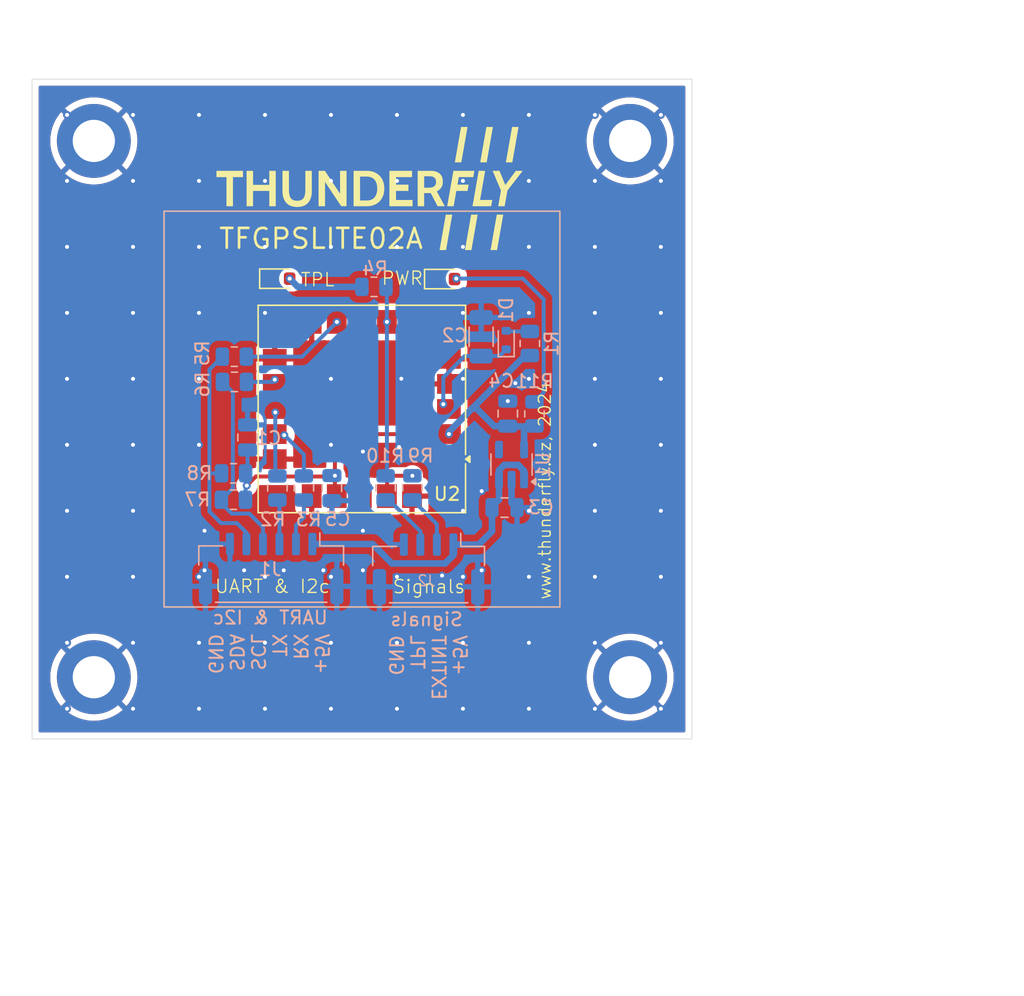
<source format=kicad_pcb>
(kicad_pcb (version 20240108) (generator "pcbnew") (generator_version "8.0")
  (title_block (title "TFGPSLITE02A") (date "2025-01-11") (company "ThunderFly s.r.o.") (comment 1 "Compact GNSS Module for\\nlightweight UAVs"))
  (layers (0 "F.Cu" signal) (31 "B.Cu" signal) (34 "B.Paste" user) (35 "F.Paste" user) (36 "B.SilkS" user "B.Silkscreen") (37 "F.SilkS" user "F.Silkscreen") (38 "B.Mask" user) (39 "F.Mask" user) (44 "Edge.Cuts" user))
  (net 0 "")
  (net 1 "+3V3")
  (net 2 "GND")
  (net 3 "/UBX_VBCKP")
  (net 4 "+5V")
  (net 5 "Net-(D1-A)")
  (net 6 "Net-(D2-A)")
  (net 7 "Net-(D3-A)")
  (net 8 "/I2C2.SCL")
  (net 9 "Net-(U2-SDA)")
  (net 10 "/I2C2.SDA")
  (net 11 "Net-(U2-SCL)")
  (net 14 "/L_UBX_TX")
  (net 15 "/L_UBX_RX")
  (net 16 "/TPL")
  (net 17 "/EXTINT")
  (net 18 "/TX")
  (net 19 "/RX")
  (net 20 "Net-(J2-Pad2)")
  (net 21 "Net-(J2-Pad3)")
  (footprint "MountingHole:MountingHole_3.2mm_M3_DIN965_Pad" (layer "F.Cu") (at 156.34 130.32)
    (property "Reference" "M4" (hide yes))
    (property "Value" "HOLE")
    (pad "1" thru_hole circle (at 0 0) (size 5.6 5.6) (drill 3.2) (layers "*.Cu" "*.Mask") (net 2 "GND"))
  )
  (footprint "RF_GPS:ublox_SAM-M8Q" (layer "F.Cu") (at 136.01 109.995 180)
    (property "Reference" "U2" (at -6.46 -6.435 0) (layer "F.SilkS"))
    (property "Value" "SAM-M8Q")
    (pad "1" smd rect (at -6.6 -3.8 180) (size 1.8 1.5) (layers "F.Cu" "F.Mask") (net 2 "GND"))
    (pad "2" smd rect (at -6.6 -1.9 180) (size 1.8 1.5) (layers "F.Cu" "F.Mask") (net 1 "+3V3"))
    (pad "3" smd rect (at -6.6 0 180) (size 1.8 1.5) (layers "F.Cu" "F.Mask") (net 3 "/UBX_VBCKP"))
    (pad "4" smd rect (at -6.6 1.9 180) (size 1.8 1.5) (layers "F.Cu" "F.Mask") (net 2 "GND"))
    (pad "5" smd rect (at -6.6 3.8 180) (size 1.8 1.5) (layers "F.Cu" "F.Mask") (net 2 "GND"))
    (pad "6" smd rect (at -3.8 6.6 180) (size 1.5 1.8) (layers "F.Cu" "F.Mask") (net 2 "GND"))
    (pad "7" smd rect (at -1.9 6.6 180) (size 1.5 1.8) (layers "F.Cu" "F.Mask") (net 16 "/TPL"))
    (pad "8" smd rect (at 0 6.6 180) (size 1.5 1.8) (layers "F.Cu" "F.Mask"))
    (pad "9" smd rect (at 1.9 6.6 180) (size 1.5 1.8) (layers "F.Cu" "F.Mask") (net 9 "Net-(U2-SDA)"))
    (pad "10" smd rect (at 3.8 6.6 180) (size 1.5 1.8) (layers "F.Cu" "F.Mask") (net 2 "GND"))
    (pad "11" smd rect (at 6.6 3.8 180) (size 1.8 1.5) (layers "F.Cu" "F.Mask") (net 2 "GND"))
    (pad "12" smd rect (at 6.6 1.9 180) (size 1.8 1.5) (layers "F.Cu" "F.Mask") (net 11 "Net-(U2-SCL)"))
    (pad "13" smd rect (at 6.6 0 180) (size 1.8 1.5) (layers "F.Cu" "F.Mask") (net 14 "/L_UBX_TX"))
    (pad "14" smd rect (at 6.6 -1.9 180) (size 1.8 1.5) (layers "F.Cu" "F.Mask") (net 15 "/L_UBX_RX"))
    (pad "15" smd rect (at 6.6 -3.8 180) (size 1.8 1.5) (layers "F.Cu" "F.Mask") (net 2 "GND"))
    (pad "16" smd rect (at 3.8 -6.6 180) (size 1.5 1.8) (layers "F.Cu" "F.Mask") (net 2 "GND"))
    (pad "17" smd rect (at 1.9 -6.6 180) (size 1.5 1.8) (layers "F.Cu" "F.Mask") (net 1 "+3V3"))
    (pad "18" smd rect (at 0 -6.6 180) (size 1.5 1.8) (layers "F.Cu" "F.Mask"))
    (pad "19" smd rect (at -1.9 -6.6 180) (size 1.5 1.8) (layers "F.Cu" "F.Mask") (net 17 "/EXTINT"))
    (pad "20" smd rect (at -3.8 -6.6 180) (size 1.5 1.8) (layers "F.Cu" "F.Mask") (net 2 "GND"))
  )
  (footprint "LED_SMD:LED_0603_1608Metric" (layer "F.Cu") (at 142.2475 100.15)
    (property "Reference" "D3" (hide yes))
    (property "Value" "GREEN")
    (pad "1" smd roundrect (at -0.7875 0) (size 0.875 0.95) (layers "F.Cu" "F.Paste" "F.Mask") (net 2 "GND"))
    (pad "2" smd roundrect (at 0.7875 0) (size 0.875 0.95) (layers "F.Cu" "F.Paste" "F.Mask") (net 7 "Net-(D3-A)"))
  )
  (footprint "MountingHole:MountingHole_3.2mm_M3_DIN965_Pad" (layer "F.Cu") (at 115.7 89.68)
    (property "Reference" "M1" (hide yes))
    (property "Value" "HOLE")
    (pad "1" thru_hole circle (at 0 0) (size 5.6 5.6) (drill 3.2) (layers "*.Cu" "*.Mask") (net 2 "GND"))
  )
  (footprint "MountingHole:MountingHole_3.2mm_M3_DIN965_Pad" (layer "F.Cu") (at 115.7 130.32)
    (property "Reference" "M3" (hide yes))
    (property "Value" "HOLE")
    (pad "1" thru_hole circle (at 0 0) (size 5.6 5.6) (drill 3.2) (layers "*.Cu" "*.Mask") (net 2 "GND"))
  )
  (footprint "LED_SMD:LED_0603_1608Metric" (layer "F.Cu") (at 129.7525 100.12)
    (property "Reference" "D2" (hide yes))
    (property "Value" "RED")
    (pad "1" smd roundrect (at -0.7875 0) (size 0.875 0.95) (layers "F.Cu" "F.Paste" "F.Mask") (net 2 "GND"))
    (pad "2" smd roundrect (at 0.7875 0) (size 0.875 0.95) (layers "F.Cu" "F.Paste" "F.Mask") (net 6 "Net-(D2-A)"))
  )
  (footprint "MountingHole:MountingHole_3.2mm_M3_DIN965_Pad" (layer "F.Cu") (at 156.34 89.68)
    (property "Reference" "M2" (hide yes))
    (property "Value" "HOLE")
    (pad "1" thru_hole circle (at 0 0) (size 5.6 5.6) (drill 3.2) (layers "*.Cu" "*.Mask") (net 2 "GND"))
  )
  (footprint "Resistor_SMD:R_0805_2012Metric" (layer "B.Cu") (at 129.61 115.98 -90)
    (property "Reference" "R2" (at 2.38 0.36 0) (layer "B.SilkS") (effects (justify mirror)))
    (property "Value" "220R")
    (pad "1" smd roundrect (at -0.9125 0 270) (size 1.025 1.4) (layers "B.Cu" "B.Paste" "B.Mask") (roundrect_rratio 0.243902) (net 14 "/L_UBX_TX"))
    (pad "2" smd roundrect (at 0.9125 0 270) (size 1.025 1.4) (layers "B.Cu" "B.Paste" "B.Mask") (roundrect_rratio 0.243902) (net 18 "/TX"))
  )
  (footprint "Capacitor_SMD:C_0805_2012Metric" (layer "B.Cu") (at 133.74 115.99 -90)
    (property "Reference" "C5" (at 2.35 -0.44 180) (layer "B.SilkS") (effects (justify mirror)))
    (property "Value" "100n")
    (pad "1" smd roundrect (at -0.95 0 270) (size 1 1.45) (layers "B.Cu" "B.Paste" "B.Mask") (net 1 "+3V3"))
    (pad "2" smd roundrect (at 0.95 0 270) (size 1 1.45) (layers "B.Cu" "B.Paste" "B.Mask") (net 2 "GND"))
  )
  (footprint "Resistor_SMD:R_0805_2012Metric" (layer "B.Cu") (at 139.84 115.9675 90)
    (property "Reference" "R9" (at 2.4275 0.62 180) (layer "B.SilkS") (effects (justify mirror)))
    (property "Value" "220R")
    (pad "1" smd roundrect (at -0.9125 0 90) (size 1.025 1.4) (layers "B.Cu" "B.Paste" "B.Mask") (roundrect_rratio 0.243902) (net 20 "Net-(J2-Pad2)"))
    (pad "2" smd roundrect (at 0.9125 0 90) (size 1.025 1.4) (layers "B.Cu" "B.Paste" "B.Mask") (roundrect_rratio 0.243902) (net 17 "/EXTINT"))
  )
  (footprint "Resistor_SMD:R_0805_2012Metric" (layer "B.Cu") (at 126.36 107.94)
    (property "Reference" "R6" (at -2.42 0.2 90) (layer "B.SilkS") (effects (justify mirror)))
    (property "Value" "220R")
    (pad "1" smd roundrect (at -0.9125 0) (size 1.025 1.4) (layers "B.Cu" "B.Paste" "B.Mask") (roundrect_rratio 0.243902) (net 8 "/I2C2.SCL"))
    (pad "2" smd roundrect (at 0.9125 0) (size 1.025 1.4) (layers "B.Cu" "B.Paste" "B.Mask") (roundrect_rratio 0.243902) (net 11 "Net-(U2-SCL)"))
  )
  (footprint "Resistor_SMD:R_0805_2012Metric" (layer "B.Cu") (at 126.35 106.03)
    (property "Reference" "R5" (at -2.42 -0.26 90) (layer "B.SilkS") (effects (justify mirror)))
    (property "Value" "220R")
    (pad "1" smd roundrect (at -0.9125 0) (size 1.025 1.4) (layers "B.Cu" "B.Paste" "B.Mask") (roundrect_rratio 0.243902) (net 10 "/I2C2.SDA"))
    (pad "2" smd roundrect (at 0.9125 0) (size 1.025 1.4) (layers "B.Cu" "B.Paste" "B.Mask") (roundrect_rratio 0.243902) (net 9 "Net-(U2-SDA)"))
  )
  (footprint "Resistor_SMD:R_0805_2012Metric" (layer "B.Cu") (at 131.62 115.98 -90)
    (property "Reference" "R3" (at 2.39 -0.36 0) (layer "B.SilkS") (effects (justify mirror)))
    (property "Value" "220R")
    (pad "1" smd roundrect (at -0.9125 0 270) (size 1.025 1.4) (layers "B.Cu" "B.Paste" "B.Mask") (roundrect_rratio 0.243902) (net 15 "/L_UBX_RX"))
    (pad "2" smd roundrect (at 0.9125 0 270) (size 1.025 1.4) (layers "B.Cu" "B.Paste" "B.Mask") (roundrect_rratio 0.243902) (net 19 "/RX"))
  )
  (footprint "Resistor_SMD:R_0805_2012Metric" (layer "B.Cu") (at 148.74 105.03 90)
    (property "Reference" "R1" (at 0 1.65 90) (layer "B.SilkS") (effects (justify mirror)))
    (property "Value" "R_Small")
    (pad "1" smd roundrect (at -0.9125 0 90) (size 1.025 1.4) (layers "B.Cu" "B.Paste" "B.Mask") (roundrect_rratio 0.243902) (net 1 "+3V3"))
    (pad "2" smd roundrect (at 0.9125 0 90) (size 1.025 1.4) (layers "B.Cu" "B.Paste" "B.Mask") (roundrect_rratio 0.243902) (net 5 "Net-(D1-A)"))
  )
  (footprint "Package_TO_SOT_SMD:SOT-23-5" (layer "B.Cu") (at 147.3525 114.205 90)
    (property "Reference" "U1" (at -0.045 2.3975 -90) (layer "B.SilkS") (effects (justify mirror)))
    (property "Value" "MIC5504-3.3YM5")
    (pad "1" smd roundrect (at -1.1375 0.95 90) (size 1.325 0.6) (layers "B.Cu" "B.Paste" "B.Mask") (net 4 "+5V"))
    (pad "2" smd roundrect (at -1.1375 0 90) (size 1.325 0.6) (layers "B.Cu" "B.Paste" "B.Mask") (net 2 "GND"))
    (pad "3" smd roundrect (at -1.1375 -0.95 90) (size 1.325 0.6) (layers "B.Cu" "B.Paste" "B.Mask") (net 4 "+5V"))
    (pad "4" smd roundrect (at 1.1375 -0.95 90) (size 1.325 0.6) (layers "B.Cu" "B.Paste" "B.Mask"))
    (pad "5" smd roundrect (at 1.1375 0.95 90) (size 1.325 0.6) (layers "B.Cu" "B.Paste" "B.Mask") (net 1 "+3V3"))
  )
  (footprint "Capacitor_SMD:C_0805_2012Metric" (layer "B.Cu") (at 127.35 112.15 90)
    (property "Reference" "C1" (at -0.05 1.59 180) (layer "B.SilkS") (effects (justify mirror)))
    (property "Value" "1u")
    (pad "1" smd roundrect (at -0.95 0 90) (size 1 1.45) (layers "B.Cu" "B.Paste" "B.Mask") (net 1 "+3V3"))
    (pad "2" smd roundrect (at 0.95 0 90) (size 1 1.45) (layers "B.Cu" "B.Paste" "B.Mask") (net 2 "GND"))
  )
  (footprint "Resistor_SMD:R_0805_2012Metric" (layer "B.Cu") (at 137.81 115.9725 90)
    (property "Reference" "R10" (at 2.43 -0.03 180) (layer "B.SilkS") (effects (justify mirror)))
    (property "Value" "220R")
    (pad "1" smd roundrect (at -0.9125 0 90) (size 1.025 1.4) (layers "B.Cu" "B.Paste" "B.Mask") (roundrect_rratio 0.243902) (net 21 "Net-(J2-Pad3)"))
    (pad "2" smd roundrect (at 0.9125 0 90) (size 1.025 1.4) (layers "B.Cu" "B.Paste" "B.Mask") (roundrect_rratio 0.243902) (net 16 "/TPL"))
  )
  (footprint "Resistor_SMD:R_0805_2012Metric" (layer "B.Cu") (at 126.28 116.87 180)
    (property "Reference" "R7" (at 2.73 0.01 0) (layer "B.SilkS") (effects (justify mirror)))
    (property "Value" "R_Small")
    (pad "1" smd roundrect (at -0.9125 0 180) (size 1.025 1.4) (layers "B.Cu" "B.Paste" "B.Mask") (roundrect_rratio 0.243902) (net 1 "+3V3"))
    (pad "2" smd roundrect (at 0.9125 0 180) (size 1.025 1.4) (layers "B.Cu" "B.Paste" "B.Mask") (roundrect_rratio 0.243902) (net 8 "/I2C2.SCL"))
  )
  (footprint "Resistor_SMD:R_0805_2012Metric" (layer "B.Cu") (at 136.93 100.74 180)
    (property "Reference" "R4" (at -0.08 1.39 180) (layer "B.SilkS") (effects (justify mirror)))
    (property "Value" "1k")
    (pad "1" smd roundrect (at -0.9125 0 180) (size 1.025 1.4) (layers "B.Cu" "B.Paste" "B.Mask") (roundrect_rratio 0.243902) (net 16 "/TPL"))
    (pad "2" smd roundrect (at 0.9125 0 180) (size 1.025 1.4) (layers "B.Cu" "B.Paste" "B.Mask") (roundrect_rratio 0.243902) (net 6 "Net-(D2-A)"))
  )
  (footprint "Capacitor_SMD:C_0805_2012Metric" (layer "B.Cu") (at 147.07 110.345 90)
    (property "Reference" "C4" (at 2.475 -0.49 180) (layer "B.SilkS") (effects (justify mirror)))
    (property "Value" "100n")
    (pad "1" smd roundrect (at -0.95 0 90) (size 1 1.45) (layers "B.Cu" "B.Paste" "B.Mask") (net 1 "+3V3"))
    (pad "2" smd roundrect (at 0.95 0 90) (size 1 1.45) (layers "B.Cu" "B.Paste" "B.Mask") (net 2 "GND"))
  )
  (footprint "Diode_SMD:D_SOD-523" (layer "B.Cu") (at 146.95 104.77 90)
    (property "Reference" "D1" (at 2.2775 0 90) (layer "B.SilkS") (effects (justify mirror)))
    (property "Value" "BZX585-B5V6.115")
    (pad "1" smd roundrect (at -0.7 0 270) (size 0.6 0.7) (layers "B.Cu" "B.Paste" "B.Mask") (net 3 "/UBX_VBCKP"))
    (pad "2" smd roundrect (at 0.7 0 270) (size 0.6 0.7) (layers "B.Cu" "B.Paste" "B.Mask") (net 5 "Net-(D1-A)"))
  )
  (footprint "Capacitor_SMD:C_0805_2012Metric" (layer "B.Cu") (at 146.8225 117.465)
    (property "Reference" "C3" (at 2.7575 -0.015 0) (layer "B.SilkS") (effects (justify mirror)))
    (property "Value" "100n")
    (pad "1" smd roundrect (at -0.95 0) (size 1 1.45) (layers "B.Cu" "B.Paste" "B.Mask") (net 4 "+5V"))
    (pad "2" smd roundrect (at 0.95 0) (size 1 1.45) (layers "B.Cu" "B.Paste" "B.Mask") (net 2 "GND"))
  )
  (footprint "Connector_JST:JST_GH_SM06B-GHS-TB_1x06-1MP_P1.25mm_Horizontal" (layer "B.Cu") (at 129.14 122.08 180)
    (property "Reference" "J1" (at 0.09 -0.06 0) (layer "B.SilkS") (effects (justify mirror)))
    (property "Value" "SM06B-GHS-TB")
    (pad "1" smd roundrect (at -3.125 1.85 180) (size 0.6 1.7) (layers "B.Cu" "B.Paste" "B.Mask") (net 4 "+5V"))
    (pad "2" smd roundrect (at -1.875 1.85 180) (size 0.6 1.7) (layers "B.Cu" "B.Paste" "B.Mask") (net 19 "/RX"))
    (pad "3" smd roundrect (at -0.625 1.85 180) (size 0.6 1.7) (layers "B.Cu" "B.Paste" "B.Mask") (net 18 "/TX"))
    (pad "4" smd roundrect (at 0.625 1.85 180) (size 0.6 1.7) (layers "B.Cu" "B.Paste" "B.Mask") (net 8 "/I2C2.SCL"))
    (pad "5" smd roundrect (at 1.875 1.85 180) (size 0.6 1.7) (layers "B.Cu" "B.Paste" "B.Mask") (net 10 "/I2C2.SDA"))
    (pad "6" smd roundrect (at 3.125 1.85 180) (size 0.6 1.7) (layers "B.Cu" "B.Paste" "B.Mask") (net 2 "GND"))
    (pad "MP" smd roundrect (at -4.975 -1.35 180) (size 1 2.7) (layers "B.Cu" "B.Paste" "B.Mask") (net 2 "GND"))
    (pad "MP" smd roundrect (at 4.975 -1.35 180) (size 1 2.7) (layers "B.Cu" "B.Paste" "B.Mask") (net 2 "GND"))
  )
  (footprint "Resistor_SMD:R_0805_2012Metric" (layer "B.Cu") (at 126.29 114.87 180)
    (property "Reference" "R8" (at 2.59 0.01 0) (layer "B.SilkS") (effects (justify mirror)))
    (property "Value" "R_Small")
    (pad "1" smd roundrect (at -0.9125 0 180) (size 1.025 1.4) (layers "B.Cu" "B.Paste" "B.Mask") (roundrect_rratio 0.243902) (net 1 "+3V3"))
    (pad "2" smd roundrect (at 0.9125 0 180) (size 1.025 1.4) (layers "B.Cu" "B.Paste" "B.Mask") (roundrect_rratio 0.243902) (net 10 "/I2C2.SDA"))
  )
  (footprint "Connector_JST:JST_GH_SM04B-GHS-TB_1x04-1MP_P1.25mm_Horizontal" (layer "B.Cu") (at 141.07 122.12 180)
    (property "Reference" "J2" (at 0.16 -0.89 0) (layer "B.SilkS") (effects (font (size 0.8 0.8) (thickness 0.1)) (justify mirror)))
    (property "Value" "SM04B-GHS-TB")
    (pad "1" smd roundrect (at -1.875 1.85 180) (size 0.6 1.7) (layers "B.Cu" "B.Paste" "B.Mask") (net 4 "+5V"))
    (pad "2" smd roundrect (at -0.625 1.85 180) (size 0.6 1.7) (layers "B.Cu" "B.Paste" "B.Mask") (net 20 "Net-(J2-Pad2)"))
    (pad "3" smd roundrect (at 0.625 1.85 180) (size 0.6 1.7) (layers "B.Cu" "B.Paste" "B.Mask") (net 21 "Net-(J2-Pad3)"))
    (pad "4" smd roundrect (at 1.875 1.85 180) (size 0.6 1.7) (layers "B.Cu" "B.Paste" "B.Mask") (net 2 "GND"))
    (pad "MP" smd roundrect (at -3.725 -1.35 180) (size 1 2.7) (layers "B.Cu" "B.Paste" "B.Mask") (net 2 "GND"))
    (pad "MP" smd roundrect (at 3.725 -1.35 180) (size 1 2.7) (layers "B.Cu" "B.Paste" "B.Mask") (net 2 "GND"))
  )
  (footprint "Resistor_SMD:R_1206_3216Metric" (layer "B.Cu") (at 145.05 104.52 90)
    (property "Reference" "C2" (at 0.1 -2.01 0) (layer "B.SilkS") (effects (justify mirror)))
    (property "Value" "C")
    (pad "1" smd roundrect (at -1.4625 0 90) (size 1.125 1.75) (layers "B.Cu" "B.Paste" "B.Mask") (roundrect_rratio 0.222222) (net 3 "/UBX_VBCKP"))
    (pad "2" smd roundrect (at 1.4625 0 90) (size 1.125 1.75) (layers "B.Cu" "B.Paste" "B.Mask") (roundrect_rratio 0.222222) (net 2 "GND"))
  )
  (footprint "Resistor_SMD:R_0805_2012Metric" (layer "B.Cu") (at 149.09 110.365 90)
    (property "Reference" "R11" (at 2.475 0 180) (layer "B.SilkS") (effects (justify mirror)))
    (property "Value" "1k")
    (pad "1" smd roundrect (at -0.9125 0 90) (size 1.025 1.4) (layers "B.Cu" "B.Paste" "B.Mask") (roundrect_rratio 0.243902) (net 1 "+3V3"))
    (pad "2" smd roundrect (at 0.9125 0 90) (size 1.025 1.4) (layers "B.Cu" "B.Paste" "B.Mask") (roundrect_rratio 0.243902) (net 7 "Net-(D3-A)"))
  )
  (gr_rect (start 121.02 95) (end 151.02 125) (stroke (width 0.1)) (fill none) (layer "B.SilkS"))
  (gr_poly (pts (xy 127.00224 92.422891) (xy 126.243189 92.422891) (xy 126.243189 94.630948) (xy 125.752496 94.630948) (xy 125.752496 92.422891) (xy 124.993474 92.422891) (xy 124.993474 91.947517) (xy 127.00224 91.947517)) (stroke (width -0.000001)) (fill solid) (layer "F.SilkS"))
  (gr_poly (pts (xy 141.275766 91.948319) (xy 141.327287 91.950725) (xy 141.37739 91.954734) (xy 141.426075 91.960347) (xy 141.473343 91.967563) (xy 141.51919 91.976382) (xy 141.563619 91.986803) (xy 141.606626 91.998828) (xy 141.648212 92.012455) (xy 141.688376 92.027684) (xy 141.727117 92.044514) (xy 141.764435 92.062947) (xy 141.800328 92.082981) (xy 141.834797 92.104617) (xy 141.86784 92.127854) (xy 141.899456 92.152691) (xy 141.929407 92.179089) (xy 141.957424 92.20703) (xy 141.983509 92.236516) (xy 142.00766 92.267546) (xy 142.029879 92.300119) (xy 142.050165 92.334236) (xy 142.068518 92.369896) (xy 142.084939 92.407099) (xy 142.099428 92.445845) (xy 142.111985 92.486133) (xy 142.122609 92.527963) (xy 142.131302 92.571335) (xy 142.138062 92.616249) (xy 142.142891 92.662704) (xy 142.145788 92.710701) (xy 142.146754 92.760238) (xy 142.146289 92.794826) (xy 142.144893 92.828619) (xy 142.142567 92.861617) (xy 142.139311 92.893822) (xy 142.135126 92.925232) (xy 142.130012 92.955848) (xy 142.123969 92.985671) (xy 142.116998 93.014699) (xy 142.1091 93.042933) (xy 142.100274 93.070374) (xy 142.090521 93.09702) (xy 142.079842 93.122873) (xy 142.068237 93.147932) (xy 142.055706 93.172198) (xy 142.042249 93.19567) (xy 142.027868 93.218349) (xy 142.012611 93.240345) (xy 141.996578 93.261789) (xy 141.979769 93.28268) (xy 141.962183 93.303018) (xy 141.943822 93.322804) (xy 141.924683 93.342035) (xy 141.904768 93.360714) (xy 141.884076 93.378839) (xy 141.862607 93.396409) (xy 141.84036 93.413426) (xy 141.817336 93.429889) (xy 141.793534 93.445797) (xy 141.768953 93.46115) (xy 141.743595 93.475948) (xy 141.717458 93.490192) (xy 141.690542 93.50388) (xy 142.296261 94.630948) (xy 141.747975 94.630948) (xy 141.230449 93.634245) (xy 140.732186 93.634245) (xy 140.732186 94.630948) (xy 140.241471 94.630948) (xy 140.241471 93.224085) (xy 140.732188 93.224085) (xy 141.092443 93.224085) (xy 141.157906 93.222377) (xy 141.219143 93.217254) (xy 141.276156 93.208715) (xy 141.328944 93.196762) (xy 141.353754 93.189505) (xy 141.377508 93.181395) (xy 141.400206 93.172431) (xy 141.421848 93.162613) (xy 141.442434 93.151943) (xy 141.461964 93.140418) (xy 141.480438 93.128041) (xy 141.497856 93.11481) (xy 141.514218 93.100726) (xy 141.529525 93.085789) (xy 141.543776 93.069998) (xy 141.556971 93.053355) (xy 141.56911 93.035858) (xy 141.580193 93.017508) (xy 141.590221 92.998306) (xy 141.599193 92.97825) (xy 141.60711 92.957342) (xy 141.613971 92.935581) (xy 141.619776 92.912967) (xy 141.624526 92.8895) (xy 141.62822 92.86518) (xy 141.630858 92.840008) (xy 141.632442 92.813983) (xy 141.632969 92.787106) (xy 141.63249 92.761147) (xy 141.631051 92.735981) (xy 141.628654 92.711608) (xy 141.625299 92.688029) (xy 141.620985 92.665242) (xy 141.615713 92.643249) (xy 141.609483 92.62205) (xy 141.602296 92.601644) (xy 141.594151 92.582032) (xy 141.585049 92.563215) (xy 141.57499 92.545191) (xy 141.563974 92.527961) (xy 141.552002 92.511526) (xy 141.539073 92.495886) (xy 141.525188 92.48104) (xy 141.510347 92.466989) (xy 141.494414 92.453757) (xy 141.477283 92.44138) (xy 141.458954 92.429855) (xy 141.439426 92.419184) (xy 141.418699 92.409367) (xy 141.396774 92.400402) (xy 141.373651 92.392292) (xy 141.349329 92.385035) (xy 141.32381 92.378631) (xy 141.297092 92.373082) (xy 141.269177 92.368385) (xy 141.240064 92.364543) (xy 141.209754 92.361555) (xy 141.178246 92.35942) (xy 141.14554 92.358139) (xy 141.111637 92.357712) (xy 140.732188 92.357712) (xy 140.732188 93.224085) (xy 140.241471 93.224085) (xy 140.241471 91.947517) (xy 141.22283 91.947517)) (stroke (width -0.000001)) (fill solid) (layer "F.SilkS"))
  (gr_poly (pts (xy 144.454415 92.422891) (xy 143.357983 92.422891) (xy 143.254548 92.994088) (xy 144.105592 92.994088) (xy 144.021208 93.469428) (xy 143.170163 93.469428) (xy 142.967035 94.630948) (xy 142.476319 94.630948) (xy 142.947914 91.947517) (xy 144.538729 91.947517)) (stroke (width -0.000001)) (fill solid) (layer "F.SilkS"))
  (gr_poly (pts (xy 139.815178 92.422891) (xy 138.599998 92.422891) (xy 138.599998 92.994088) (xy 139.543043 92.994088) (xy 139.543043 93.469428) (xy 138.599998 93.469428) (xy 138.599998 94.155637) (xy 139.85363 94.155637) (xy 139.85363 94.630948) (xy 138.097853 94.630948) (xy 138.097853 91.947517) (xy 139.815178 91.947517)) (stroke (width -0.000001)) (fill solid) (layer "F.SilkS"))
  (gr_poly (pts (xy 134.359257 93.680269) (xy 134.359257 91.947517) (xy 134.8499 91.947517) (xy 134.8499 94.630948) (xy 134.447381 94.630948) (xy 133.220702 92.790965) (xy 133.220702 94.630948) (xy 132.730059 94.630948) (xy 132.730059 91.947517) (xy 133.213012 91.947517)) (stroke (width -0.000001)) (fill solid) (layer "F.SilkS"))
  (gr_poly (pts (xy 146.880395 93.020878) (xy 147.677813 91.947517) (xy 148.199148 91.947517) (xy 147.041471 93.442638) (xy 146.830511 94.630948) (xy 146.34375 94.630948) (xy 146.550759 93.442638) (xy 146.550761 93.442638) (xy 145.922039 91.947517) (xy 146.443444 91.947517)) (stroke (width -0.000001)) (fill solid) (layer "F.SilkS"))
  (gr_poly (pts (xy 146.254359 97.950947) (xy 145.763716 97.950947) (xy 146.235238 95.267493) (xy 146.725952 95.267493)) (stroke (width -0.000001)) (fill solid) (layer "F.SilkS"))
  (gr_poly (pts (xy 144.313517 97.950947) (xy 143.822873 97.950947) (xy 144.294397 95.267493) (xy 144.785112 95.267493)) (stroke (width -0.000001)) (fill solid) (layer "F.SilkS"))
  (gr_poly (pts (xy 136.436876 91.948146) (xy 136.483825 91.950034) (xy 136.530129 91.95318) (xy 136.57579 91.957584) (xy 136.620807 91.963247) (xy 136.665181 91.970168) (xy 136.708911 91.978348) (xy 136.751999 91.987786) (xy 136.794445 91.998483) (xy 136.836248 92.010438) (xy 136.877409 92.023651) (xy 136.917929 92.038123) (xy 136.957808 92.053853) (xy 136.997046 92.070842) (xy 137.035643 92.089089) (xy 137.0736 92.108595) (xy 137.110694 92.129271) (xy 137.146754 92.151057) (xy 137.181781 92.173953) (xy 137.215775 92.197957) (xy 137.248736 92.22307) (xy 137.280663 92.249292) (xy 137.311558 92.276622) (xy 137.34142 92.30506) (xy 137.370249 92.334605) (xy 137.398046 92.365258) (xy 137.42481 92.397018) (xy 137.450542 92.429884) (xy 137.475241 92.463857) (xy 137.498909 92.498937) (xy 137.521544 92.535122) (xy 137.543147 92.572412) (xy 137.563575 92.610709) (xy 137.582686 92.649871) (xy 137.600478 92.689901) (xy 137.616953 92.730797) (xy 137.63211 92.772561) (xy 137.645948 92.815192) (xy 137.658469 92.85869) (xy 137.669672 92.903057) (xy 137.679556 92.948291) (xy 137.688123 92.994395) (xy 137.695372 93.041366) (xy 137.701303 93.089207) (xy 137.705916 93.137917) (xy 137.709211 93.187496) (xy 137.711188 93.237945) (xy 137.711847 93.289264) (xy 137.711188 93.34057) (xy 137.709211 93.391011) (xy 137.705916 93.440587) (xy 137.701303 93.489296) (xy 137.695372 93.537138) (xy 137.688123 93.584114) (xy 137.679556 93.630223) (xy 137.669672 93.675464) (xy 137.658469 93.719837) (xy 137.645948 93.763342) (xy 137.63211 93.805978) (xy 137.616953 93.847746) (xy 137.600478 93.888645) (xy 137.582686 93.928674) (xy 137.563575 93.967833) (xy 137.543147 94.006122) (xy 137.521544 94.04343) (xy 137.498909 94.079628) (xy 137.475242 94.114716) (xy 137.450543 94.148694) (xy 137.424811 94.181562) (xy 137.398047 94.213321) (xy 137.37025 94.243971) (xy 137.341421 94.273512) (xy 137.311559 94.301944) (xy 137.280664 94.329267) (xy 137.248736 94.355482) (xy 137.215775 94.380589) (xy 137.181781 94.404588) (xy 137.146754 94.42748) (xy 137.110694 94.449264) (xy 137.0736 94.46994) (xy 137.035643 94.489448) (xy 136.997046 94.507696) (xy 136.957808 94.524683) (xy 136.917929 94.54041) (xy 136.877409 94.554877) (xy 136.836248 94.568084) (xy 136.794445 94.580032) (xy 136.751999 94.590722) (xy 136.708911 94.600152) (xy 136.665181 94.608324) (xy 136.620807 94.615238) (xy 136.57579 94.620894) (xy 136.530129 94.625293) (xy 136.483825 94.628435) (xy 136.436876 94.630319) (xy 136.389282 94.630948) (xy 135.384994 94.630948) (xy 135.384994 94.193948) (xy 135.875637 94.193948) (xy 136.389282 94.193948) (xy 136.436487 94.193013) (xy 136.48227 94.190207) (xy 136.52663 94.185531) (xy 136.569569 94.178983) (xy 136.611085 94.170564) (xy 136.65118 94.160272) (xy 136.689852 94.148108) (xy 136.727102 94.134071) (xy 136.76293 94.118161) (xy 136.797335 94.100377) (xy 136.830319 94.08072) (xy 136.86188 94.059187) (xy 136.89202 94.03578) (xy 136.920737 94.010498) (xy 136.948032 93.98334) (xy 136.973906 93.954307) (xy 136.998269 93.923642) (xy 137.021064 93.891523) (xy 137.042288 93.857948) (xy 137.061942 93.822919) (xy 137.080026 93.786435) (xy 137.096538 93.748498) (xy 137.11148 93.709108) (xy 137.12485 93.668264) (xy 137.136648 93.625968) (xy 137.146874 93.58222) (xy 137.155528 93.537021) (xy 137.162609 93.49037) (xy 137.168117 93.442269) (xy 137.172051 93.392717) (xy 137.174412 93.341715) (xy 137.175199 93.289264) (xy 137.174412 93.236799) (xy 137.172051 93.185787) (xy 137.168117 93.136227) (xy 137.162609 93.088119) (xy 137.155528 93.041464) (xy 137.146874 92.996261) (xy 137.136648 92.952511) (xy 137.12485 92.910214) (xy 137.11148 92.869369) (xy 137.096538 92.829977) (xy 137.080026 92.792039) (xy 137.061942 92.755553) (xy 137.042288 92.720521) (xy 137.021064 92.686942) (xy 136.998269 92.654816) (xy 136.973906 92.624144) (xy 136.948032 92.595147) (xy 136.920737 92.568018) (xy 136.89202 92.542759) (xy 136.86188 92.519368) (xy 136.830319 92.497847) (xy 136.797335 92.478196) (xy 136.76293 92.460414) (xy 136.727102 92.444503) (xy 136.689852 92.430463) (xy 136.65118 92.418293) (xy 136.611085 92.407995) (xy 136.569569 92.399569) (xy 136.52663 92.393014) (xy 136.48227 92.388332) (xy 136.436487 92.385523) (xy 136.389282 92.384586) (xy 135.875637 92.384586) (xy 135.875637 94.193948) (xy 135.384994 94.193948) (xy 135.384994 91.947517) (xy 136.389282 91.947517)) (stroke (width -0.000001)) (fill solid) (layer "F.SilkS"))
  (gr_rect (start 121.02 95) (end 151.02 125) (stroke (width 0.1)) (fill none) (layer "F.SilkS"))
  (gr_poly (pts (xy 143.547917 91.30546) (xy 143.057273 91.30546) (xy 143.528727 88.622021) (xy 144.019441 88.622021)) (stroke (width -0.000001)) (fill solid) (layer "F.SilkS"))
  (gr_poly (pts (xy 147.413514 91.30546) (xy 146.922871 91.30546) (xy 147.394323 88.622021) (xy 147.885109 88.622021)) (stroke (width -0.000001)) (fill solid) (layer "F.SilkS"))
  (gr_poly (pts (xy 142.390808 97.950947) (xy 141.900163 97.950947) (xy 142.371687 95.267493) (xy 142.862332 95.267493)) (stroke (width -0.000001)) (fill solid) (layer "F.SilkS"))
  (gr_poly (pts (xy 145.470274 91.30546) (xy 144.979559 91.30546) (xy 145.451153 88.622021) (xy 145.941798 88.622021)) (stroke (width -0.000001)) (fill solid) (layer "F.SilkS"))
  (gr_poly (pts (xy 130.486746 93.354443) (xy 130.487523 93.422944) (xy 130.489856 93.488505) (xy 130.493745 93.551126) (xy 130.499191 93.610807) (xy 130.506193 93.667548) (xy 130.514752 93.72135) (xy 130.524869 93.772213) (xy 130.536544 93.820138) (xy 130.543108 93.84307) (xy 130.550346 93.865355) (xy 130.558259 93.886993) (xy 130.566847 93.907985) (xy 130.576109 93.928331) (xy 130.586046 93.948032) (xy 130.596658 93.967087) (xy 130.607945 93.985497) (xy 130.619906 94.003264) (xy 130.632543 94.020386) (xy 130.645855 94.036864) (xy 130.659842 94.052699) (xy 130.674504 94.067891) (xy 130.689841 94.082441) (xy 130.705854 94.096349) (xy 130.722542 94.109614) (xy 130.739984 94.12214) (xy 130.758311 94.133858) (xy 130.777522 94.14477) (xy 130.797619 94.154874) (xy 130.8186 94.164172) (xy 130.840467 94.172661) (xy 130.86322 94.180343) (xy 130.886857 94.187217) (xy 130.91138 94.193283) (xy 130.936789 94.19854) (xy 130.963084 94.20299) (xy 130.990264 94.20663) (xy 131.01833 94.209462) (xy 131.047283 94.211485) (xy 131.077121 94.212699) (xy 131.107846 94.213104) (xy 131.138522 94.212699) (xy 131.168319 94.211485) (xy 131.197237 94.209462) (xy 131.225276 94.20663) (xy 131.252434 94.20299) (xy 131.278712 94.19854) (xy 131.304108 94.193283) (xy 131.328623 94.187217) (xy 131.352255 94.180343) (xy 131.375005 94.172661) (xy 131.396872 94.164172) (xy 131.417855 94.154874) (xy 131.437953 94.14477) (xy 131.457167 94.133858) (xy 131.475495 94.12214) (xy 131.492938 94.109614) (xy 131.509615 94.096349) (xy 131.52562 94.082441) (xy 131.540953 94.067892) (xy 131.555613 94.052699) (xy 131.5696 94.036864) (xy 131.582914 94.020386) (xy 131.595554 94.003264) (xy 131.60752 93.985498) (xy 131.618811 93.967087) (xy 131.629427 93.948032) (xy 131.639367 93.928331) (xy 131.648631 93.907985) (xy 131.65722 93.886993) (xy 131.665131 93.865355) (xy 131.672365 93.84307) (xy 131.678922 93.820138) (xy 131.690603 93.772214) (xy 131.700725 93.72135) (xy 131.709287 93.667548) (xy 131.71629 93.610807) (xy 131.721736 93.551126) (xy 131.725625 93.488506) (xy 131.727958 93.422945) (xy 131.728735 93.354443) (xy 131.728735 91.947517) (xy 132.219378 91.947517) (xy 132.219378 93.480949) (xy 132.218285 93.550433) (xy 132.215006 93.618016) (xy 132.209542 93.683698) (xy 132.201891 93.747479) (xy 132.192056 93.809359) (xy 132.180035 93.869338) (xy 132.16583 93.927415) (xy 132.14944 93.983591) (xy 132.130865 94.037866) (xy 132.110107 94.09024) (xy 132.087164 94.140712) (xy 132.062037 94.189283) (xy 132.034727 94.235952) (xy 132.005233 94.28072) (xy 131.973556 94.323586) (xy 131.939696 94.364551) (xy 131.90363 94.403304) (xy 131.865441 94.439557) (xy 131.825128 94.473309) (xy 131.782692 94.504562) (xy 131.738133 94.533315) (xy 131.691451 94.559568) (xy 131.642645 94.58332) (xy 131.591716 94.604573) (xy 131.538664 94.623325) (xy 131.483488 94.639578) (xy 131.426189 94.65333) (xy 131.366767 94.664581) (xy 131.305222 94.673333) (xy 131.241553 94.679584) (xy 131.175761 94.683334) (xy 131.107846 94.684585) (xy 131.039893 94.683334) (xy 130.974066 94.679584) (xy 130.910367 94.673333) (xy 130.848795 94.664581) (xy 130.78935 94.65333) (xy 130.732032 94.639578) (xy 130.676842 94.623325) (xy 130.623779 94.604573) (xy 130.572843 94.58332) (xy 130.524035 94.559568) (xy 130.477356 94.533315) (xy 130.432804 94.504562) (xy 130.390379 94.473309) (xy 130.350083 94.439557) (xy 130.311916 94.403304) (xy 130.275876 94.364551) (xy 130.24199 94.323586) (xy 130.210292 94.28072) (xy 130.18078 94.235952) (xy 130.153455 94.189283) (xy 130.128316 94.140712) (xy 130.105365 94.09024) (xy 130.084599 94.037866) (xy 130.06602 93.983591) (xy 130.049627 93.927415) (xy 130.03542 93.869338) (xy 130.0234 93.809359) (xy 130.013565 93.747479) (xy 130.005915 93.683698) (xy 130.000452 93.618016) (xy 129.997174 93.550433) (xy 129.996081 93.480949) (xy 129.996081 91.947517) (xy 130.486746 91.947517)) (stroke (width -0.000001)) (fill solid) (layer "F.SilkS"))
  (gr_poly (pts (xy 127.768071 93.009384) (xy 128.994714 93.009384) (xy 128.994714 91.947517) (xy 129.485463 91.947517) (xy 129.485463 94.630948) (xy 128.994714 94.630948) (xy 128.994714 93.469428) (xy 127.768071 93.469428) (xy 127.768071 94.630948) (xy 127.277435 94.630948) (xy 127.277435 91.947517) (xy 127.768071 91.947517)) (stroke (width -0.000001)) (fill solid) (layer "F.SilkS"))
  (gr_poly (pts (xy 144.968978 94.155637) (xy 145.895089 94.155637) (xy 145.810777 94.630948) (xy 144.394023 94.630948) (xy 144.865615 91.947517) (xy 145.356257 91.947517)) (stroke (width -0.000001)) (fill solid) (layer "F.SilkS"))
  (gr_rect (start 111.02 85) (end 161.02 135) (stroke (width 0.05)) (fill none) (layer "Edge.Cuts"))
  (gr_text "+5V\nEXTINT\nTPL\nGND" (at 138.01 127.04 270) (layer "B.SilkS") (effects (font (size 1 1)) (justify right bottom mirror)))
  (gr_text "+5V\nRX\nTX\nSCL\nSDA\nGND" (at 124.33 126.94 270) (layer "B.SilkS") (effects (font (size 1 1)) (justify right bottom mirror)))
  (gr_text "UART & I2c" (at 133.52 126.39 0) (layer "B.SilkS") (effects (font (size 1 1)) (justify left bottom mirror)))
  (gr_text "Signals" (at 143.75 126.52 0) (layer "B.SilkS") (effects (font (size 1 1)) (justify left bottom mirror)))
  (gr_text "UART & I2c" (at 124.81 124.02 0) (layer "F.SilkS") (effects (font (size 1 1) (thickness 0.1)) (justify left bottom)))
  (gr_text "TPL" (at 132.66 100.78 0) (layer "F.SilkS") (effects (font (size 1 1) (thickness 0.1)) (justify bottom)))
  (gr_text "TFGPSLITE02A" (at 125.07224 97.962891 0) (layer "F.SilkS") (effects (font (size 1.5 1.5) (thickness 0.2)) (justify left bottom)))
  (gr_text "www.thunderfly.cz, 2024" (at 150.4 124.5 90) (layer "F.SilkS") (effects (font (size 0.9 0.9) (thickness 0.1)) (justify left bottom)))
  (gr_text "PWR\n" (at 139.08 100.67 0) (layer "F.SilkS") (effects (font (size 1 1) (thickness 0.1)) (justify bottom)))
  (gr_text "Signals" (at 138.29 124.04 0) (layer "F.SilkS") (effects (font (size 1 1) (thickness 0.1)) (justify left bottom)))
  (segment (start 134.6375 116.87) (end 134.62 116.8525) (width 0.3) (layer "F.Cu") (net 1))
  (segment (start 133.97 115.11) (end 133.97 116.45) (width 0.3) (layer "F.Cu") (net 1))
  (segment (start 135.59 111.9) (end 133.97 113.52) (width 0.3) (layer "F.Cu") (net 1))
  (segment (start 133.97 116.45) (end 134.12 116.6) (width 0.3) (layer "F.Cu") (net 1))
  (segment (start 133.97 115.05) (end 133.97 115.11) (width 0.3) (layer "F.Cu") (net 1))
  (segment (start 127.98 115.11) (end 127.29 115.8) (width 0.3) (layer "F.Cu") (net 1))
  (segment (start 142.62 111.9) (end 135.59 111.9) (width 0.3) (layer "F.Cu") (net 1))
  (segment (start 133.97 115.11) (end 127.98 115.11) (width 0.3) (layer "F.Cu") (net 1))
  (segment (start 133.97 113.52) (end 133.97 115.05) (width 0.3) (layer "F.Cu") (net 1))
  (via (at 142.61 111.895) (size 0.6) (drill 0.3) (layers "F.Cu" "B.Cu") (net 1))
  (via (at 133.97 115.05) (size 0.6) (drill 0.3) (layers "F.Cu" "B.Cu") (net 1))
  (via (at 127.29 115.8) (size 0.6) (drill 0.3) (layers "F.Cu" "B.Cu") (net 1))
  (segment (start 148.74 105.9425) (end 148.3775 105.9425) (width 0.5) (layer "B.Cu") (net 1))
  (segment (start 127.2125 116.81) (end 127.2725 116.75) (width 0.3) (layer "B.Cu") (net 1))
  (segment (start 148.3025 111.665) (end 148.6525 111.315) (width 0.5) (layer "B.Cu") (net 1))
  (segment (start 147.07 111.295) (end 146.045 111.295) (width 0.5) (layer "B.Cu") (net 1))
  (segment (start 145.82 108.5) (end 145.82 108.51) (width 0.5) (layer "B.Cu") (net 1))
  (segment (start 148.6525 111.315) (end 146.69 111.315) (width 0.5) (layer "B.Cu") (net 1))
  (segment (start 127.2025 114.87) (end 127.2025 116.86) (width 0.3) (layer "B.Cu") (net 1))
  (segment (start 127.35 114.7225) (end 127.2025 114.87) (width 0.3) (layer "B.Cu") (net 1))
  (segment (start 148.3775 105.9425) (end 145.82 108.5) (width 0.5) (layer "B.Cu") (net 1))
  (segment (start 145.82 108.51) (end 144.365 109.965) (width 0.5) (layer "B.Cu") (net 1))
  (segment (start 127.35 113.1) (end 127.35 114.7225) (width 0.3) (layer "B.Cu") (net 1))
  (segment (start 144.365 109.965) (end 144.715 109.965) (width 0.5) (layer "B.Cu") (net 1))
  (segment (start 142.61 111.72) (end 142.61 111.895) (width 0.5) (layer "B.Cu") (net 1))
  (segment (start 146.69 111.315) (end 146.6325 111.2575) (width 0.5) (layer "B.Cu") (net 1))
  (segment (start 127.2025 116.86) (end 127.1925 116.87) (width 0.3) (layer "B.Cu") (net 1))
  (segment (start 144.365 109.965) (end 142.61 111.72) (width 0.5) (layer "B.Cu") (net 1))
  (segment (start 144.715 109.965) (end 146.045 111.295) (width 0.5) (layer "B.Cu") (net 1))
  (segment (start 148.3025 113.0675) (end 148.3025 111.665) (width 0.5) (layer "B.Cu") (net 1))
  (segment (start 140.46 116.7575) (end 140.3475 116.87) (width 0.3) (layer "F.Cu") (net 2))
  (via (at 118.67 102.71) (size 0.6) (drill 0.3) (layers "F.Cu" "B.Cu") (net 2))
  (via (at 148.67 97.71) (size 0.6) (drill 0.3) (layers "F.Cu" "B.Cu") (net 2))
  (via (at 148.67 127.71) (size 0.6) (drill 0.3) (layers "F.Cu" "B.Cu") (net 2))
  (via (at 118.67 87.71) (size 0.6) (drill 0.3) (layers "F.Cu" "B.Cu") (net 2))
  (via (at 123.67 112.71) (size 0.6) (drill 0.3) (layers "F.Cu" "B.Cu") (net 2))
  (via (at 138.67 127.71) (size 0.6) (drill 0.3) (layers "F.Cu" "B.Cu") (net 2))
  (via (at 113.67 127.71) (size 0.6) (drill 0.3) (layers "F.Cu" "B.Cu") (net 2))
  (via (at 153.67 117.71) (size 0.6) (drill 0.3) (layers "F.Cu" "B.Cu") (net 2))
  (via (at 148.67 87.71) (size 0.6) (drill 0.3) (layers "F.Cu" "B.Cu") (net 2))
  (via (at 158.67 97.71) (size 0.6) (drill 0.3) (layers "F.Cu" "B.Cu") (net 2))
  (via (at 123.67 87.71) (size 0.6) (drill 0.3) (layers "F.Cu" "B.Cu") (net 2))
  (via (at 130.09 122.22) (size 0.6) (drill 0.3) (layers "F.Cu" "B.Cu") (net 2))
  (via (at 113.67 132.71) (size 0.6) (drill 0.3) (layers "F.Cu" "B.Cu") (net 2))
  (via (at 158.67 132.71) (size 0.6) (drill 0.3) (layers "F.Cu" "B.Cu") (net 2))
  (via (at 133.67 122.71) (size 0.6) (drill 0.3) (layers "F.Cu" "B.Cu") (net 2))
  (via (at 136.09 119.22) (size 0.6) (drill 0.3) (layers "F.Cu" "B.Cu") (net 2))
  (via (at 113.67 102.71) (size 0.6) (drill 0.3) (layers "F.Cu" "B.Cu") (net 2))
  (via (at 123.67 132.71) (size 0.6) (drill 0.3) (layers "F.Cu" "B.Cu") (net 2))
  (via (at 145.09 116.22) (size 0.6) (drill 0.3) (layers "F.Cu" "B.Cu") (net 2))
  (via (at 123.67 122.71) (size 0.6) (drill 0.3) (layers "F.Cu" "B.Cu") (net 2))
  (via (at 133.67 127.71) (size 0.6) (drill 0.3) (layers "F.Cu" "B.Cu") (net 2))
  (via (at 136.09 122.22) (size 0.6) (drill 0.3) (layers "F.Cu" "B.Cu") (net 2))
  (via (at 118.67 92.71) (size 0.6) (drill 0.3) (layers "F.Cu" "B.Cu") (net 2))
  (via (at 158.67 117.71) (size 0.6) (drill 0.3) (layers "F.Cu" "B.Cu") (net 2))
  (via (at 118.67 117.71) (size 0.6) (drill 0.3) (layers "F.Cu" "B.Cu") (net 2))
  (via (at 148.67 92.71) (size 0.6) (drill 0.3) (layers "F.Cu" "B.Cu") (net 2))
  (via (at 138.67 132.71) (size 0.6) (drill 0.3) (layers "F.Cu" "B.Cu") (net 2))
  (via (at 143.67 122.71) (size 0.6) (drill 0.3) (layers "F.Cu" "B.Cu") (net 2))
  (via (at 113.67 117.71) (size 0.6) (drill 0.3) (layers "F.Cu" "B.Cu") (net 2))
  (via (at 113.67 97.71) (size 0.6) (drill 0.3) (layers "F.Cu" "B.Cu") (net 2))
  (via (at 153.67 97.71) (size 0.6) (drill 0.3) (layers "F.Cu" "B.Cu") (net 2))
  (via (at 143.67 97.71) (size 0.6) (drill 0.3) (layers "F.Cu" "B.Cu") (net 2))
  (via (at 143.67 102.71) (size 0.6) (drill 0.3) (layers "F.Cu" "B.Cu") (net 2))
  (via (at 123.67 102.71) (size 0.6) (drill 0.3) (layers "F.Cu" "B.Cu") (net 2))
  (via (at 148.67 102.71) (size 0.6) (drill 0.3) (layers "F.Cu" "B.Cu") (net 2))
  (via (at 127.09 122.22) (size 0.6) (drill 0.3) (layers "F.Cu" "B.Cu") (net 2))
  (via (at 138.67 122.71) (size 0.6) (drill 0.3) (layers "F.Cu" "B.Cu") (net 2))
  (via (at 118.67 107.71) (size 0.6) (drill 0.3) (layers "F.Cu" "B.Cu") (net 2))
  (via (at 128.67 102.71) (size 0.6) (drill 0.3) (layers "F.Cu" "B.Cu") (net 2))
  (via (at 153.67 102.71) (size 0.6) (drill 0.3) (layers "F.Cu" "B.Cu") (net 2))
  (via (at 128.67 132.71) (size 0.6) (drill 0.3) (layers "F.Cu" "B.Cu") (net 2))
  (via (at 147.07 109.395) (size 0.6) (drill 0.3) (layers "F.Cu" "B.Cu") (net 2))
  (via (at 123.67 127.71) (size 0.6) (drill 0.3) (layers "F.Cu" "B.Cu") (net 2))
  (via (at 148.67 107.71) (size 0.6) (drill 0.3) (layers "F.Cu" "B.Cu") (net 2))
  (via (at 128.67 87.71) (size 0.6) (drill 0.3) (layers "F.Cu" "B.Cu") (net 2))
  (via (at 158.67 87.71) (size 0.6) (drill 0.3) (layers "F.Cu" "B.Cu") (net 2))
  (via (at 147.64 108.04) (size 0.6) (drill 0.3) (layers "F.Cu" "B.Cu") (net 2))
  (via (at 128.67 127.71) (size 0.6) (drill 0.3) (layers "F.Cu" "B.Cu") (net 2))
  (via (at 128.67 92.71) (size 0.6) (drill 0.3) (layers "F.Cu" "B.Cu") (net 2))
  (via (at 158.67 112.71) (size 0.6) (drill 0.3) (layers "F.Cu" "B.Cu") (net 2))
  (via (at 143.67 132.71) (size 0.6) (drill 0.3) (layers "F.Cu" "B.Cu") (net 2))
  (via (at 118.67 132.71) (size 0.6) (drill 0.3) (layers "F.Cu" "B.Cu") (net 2))
  (via (at 118.67 97.71) (size 0.6) (drill 0.3) (layers "F.Cu" "B.Cu") (net 2))
  (via (at 143.67 117.71) (size 0.6) (drill 0.3) (layers "F.Cu" "B.Cu") (net 2))
  (via (at 118.67 127.71) (size 0.6) (drill 0.3) (layers "F.Cu" "B.Cu") (net 2))
  (via (at 138.67 97.71) (size 0.6) (drill 0.3) (layers "F.Cu" "B.Cu") (net 2))
  (via (at 113.67 112.71) (size 0.6) (drill 0.3) (layers "F.Cu" "B.Cu") (net 2))
  (via (at 133.67 112.71) (size 0.6) (drill 0.3) (layers "F.Cu" "B.Cu") (net 2))
  (via (at 148.67 132.71) (size 0.6) (drill 0.3) (layers "F.Cu" "B.Cu") (net 2))
  (via (at 113.67 107.71) (size 0.6) (drill 0.3) (layers "F.Cu" "B.Cu") (net 2))
  (via (at 118.67 122.71) (size 0.6) (drill 0.3) (layers "F.Cu" "B.Cu") (net 2))
  (via (at 153.67 127.71) (size 0.6) (drill 0.3) (layers "F.Cu" "B.Cu") (net 2))
  (via (at 138.67 87.71) (size 0.6) (drill 0.3) (layers "F.Cu" "B.Cu") (net 2))
  (via (at 143.67 107.71) (size 0.6) (drill 0.3) (layers "F.Cu" "B.Cu") (net 2))
  (via (at 113.67 122.71) (size 0.6) (drill 0.3) (layers "F.Cu" "B.Cu") (net 2))
  (via (at 136.09 113.22) (size 0.6) (drill 0.3) (layers "F.Cu" "B.Cu") (net 2))
  (via (at 113.67 87.71) (size 0.6) (drill 0.3) (layers "F.Cu" "B.Cu") (net 2))
  (via (at 158.67 122.71) (size 0.6) (drill 0.3) (layers "F.Cu" "B.Cu") (net 2))
  (via (at 153.67 107.71) (size 0.6) (drill 0.3) (layers "F.Cu" "B.Cu") (net 2))
  (via (at 113.67 92.71) (size 0.6) (drill 0.3) (layers "F.Cu" "B.Cu") (net 2))
  (via (at 143.67 92.71) (size 0.6) (drill 0.3) (layers "F.Cu" "B.Cu") (net 2))
  (via (at 158.67 107.71) (size 0.6) (drill 0.3) (layers "F.Cu" "B.Cu") (net 2))
  (via (at 128.67 122.71) (size 0.6) (drill 0.3) (layers "F.Cu" "B.Cu") (net 2))
  (via (at 153.67 132.71) (size 0.6) (drill 0.3) (layers "F.Cu" "B.Cu") (net 2))
  (via (at 133.67 87.71) (size 0.6) (drill 0.3) (layers "F.Cu" "B.Cu") (net 2))
  (via (at 123.67 97.71) (size 0.6) (drill 0.3) (layers "F.Cu" "B.Cu") (net 2))
  (via (at 143.67 87.71) (size 0.6) (drill 0.3) (layers "F.Cu" "B.Cu") (net 2))
  (via (at 158.67 92.71) (size 0.6) (drill 0.3) (layers "F.Cu" "B.Cu") (net 2))
  (via (at 123.67 92.71) (size 0.6) (drill 0.3) (layers "F.Cu" "B.Cu") (net 2))
  (via (at 133.67 97.71) (size 0.6) (drill 0.3) (layers "F.Cu" "B.Cu") (net 2))
  (via (at 124.09 122.22) (size 0.6) (drill 0.3) (layers "F.Cu" "B.Cu") (net 2))
  (via (at 153.67 87.71) (size 0.6) (drill 0.3) (layers "F.Cu" "B.Cu") (net 2))
  (via (at 138.83 112.88) (size 0.6) (drill 0.3) (layers "F.Cu" "B.Cu") (net 2))
  (via (at 143.67 127.71) (size 0.6) (drill 0.3) (layers "F.Cu" "B.Cu") (net 2))
  (via (at 133.09 122.22) (size 0.6) (drill 0.3) (layers "F.Cu" "B.Cu") (net 2))
  (via (at 128.67 97.71) (size 0.6) (drill 0.3) (layers "F.Cu" "B.Cu") (net 2))
  (via (at 153.67 122.71) (size 0.6) (drill 0.3) (layers "F.Cu" "B.Cu") (net 2))
  (via (at 133.67 92.71) (size 0.6) (drill 0.3) (layers "F.Cu" "B.Cu") (net 2))
  (via (at 158.67 127.71) (size 0.6) (drill 0.3) (layers "F.Cu" "B.Cu") (net 2))
  (via (at 133.67 132.71) (size 0.6) (drill 0.3) (layers "F.Cu" "B.Cu") (net 2))
  (via (at 124.09 119.22) (size 0.6) (drill 0.3) (layers "F.Cu" "B.Cu") (net 2))
  (via (at 139 107.7) (size 0.6) (drill 0.3) (layers "F.Cu" "B.Cu") (net 2))
  (via (at 145.09 122.22) (size 0.6) (drill 0.3) (layers "F.Cu" "B.Cu") (net 2))
  (via (at 148.67 122.71) (size 0.6) (drill 0.3) (layers "F.Cu" "B.Cu") (net 2))
  (via (at 138.67 92.71) (size 0.6) (drill 0.3) (layers "F.Cu" "B.Cu") (net 2))
  (via (at 148.67 117.71) (size 0.6) (drill 0.3) (layers "F.Cu" "B.Cu") (net 2))
  (via (at 123.67 107.71) (size 0.6) (drill 0.3) (layers "F.Cu" "B.Cu") (net 2))
  (via (at 153.67 92.71) (size 0.6) (drill 0.3) (layers "F.Cu" "B.Cu") (net 2))
  (via (at 153.67 112.71) (size 0.6) (drill 0.3) (layers "F.Cu" "B.Cu") (net 2))
  (via (at 158.67 102.71) (size 0.6) (drill 0.3) (layers "F.Cu" "B.Cu") (net 2))
  (via (at 133.67 107.71) (size 0.6) (drill 0.3) (layers "F.Cu" "B.Cu") (net 2))
  (via (at 142.09 122.62) (size 0.6) (drill 0.3) (layers "F.Cu" "B.Cu") (net 2))
  (via (at 118.67 112.71) (size 0.6) (drill 0.3) (layers "F.Cu" "B.Cu") (net 2))
  (segment (start 147.3525 115.3425) (end 147.3525 117.105) (width 0.5) (layer "B.Cu") (net 2))
  (segment (start 147.3525 117.105) (end 147.7125 117.465) (width 0.5) (layer "B.Cu") (net 2))
  (via (at 142.18 109.63) (size 0.6) (drill 0.3) (layers "F.Cu" "B.Cu") (net 3))
  (segment (start 142.18 109.63) (end 142.18 107.61) (width 0.3) (layer "B.Cu") (net 3))
  (segment (start 143.8075 105.9825) (end 145.05 105.9825) (width 0.3) (layer "B.Cu") (net 3))
  (segment (start 146.4375 105.9825) (end 145.05 105.9825) (width 0.3) (layer "B.Cu") (net 3))
  (segment (start 142.18 107.61) (end 143.8075 105.9825) (width 0.3) (layer "B.Cu") (net 3))
  (segment (start 146.95 105.47) (end 146.4375 105.9825) (width 0.3) (layer "B.Cu") (net 3))
  (segment (start 132.265 120.23) (end 136.82 120.23) (width 0.5) (layer "B.Cu") (net 4))
  (segment (start 146.4025 115.3425) (end 146.4025 116.875) (width 0.5) (layer "B.Cu") (net 4))
  (segment (start 145.8725 117.465) (end 145.8725 119.265) (width 0.5) (layer "B.Cu") (net 4))
  (segment (start 146.8075 114.23) (end 146.4025 114.635) (width 0.5) (layer "B.Cu") (net 4))
  (segment (start 148.3025 114.680001) (end 147.852499 114.23) (width 0.5) (layer "B.Cu") (net 4))
  (segment (start 145.8725 119.265) (end 144.8675 120.27) (width 0.5) (layer "B.Cu") (net 4))
  (segment (start 142.32 121.7) (end 142.945 121.075) (width 0.5) (layer "B.Cu") (net 4))
  (segment (start 142.945 121.075) (end 142.945 120.27) (width 0.5) (layer "B.Cu") (net 4))
  (segment (start 148.3025 115.3425) (end 148.3025 114.680001) (width 0.5) (layer "B.Cu") (net 4))
  (segment (start 146.4025 116.875) (end 145.8125 117.465) (width 0.5) (layer "B.Cu") (net 4))
  (segment (start 136.82 120.23) (end 138.29 121.7) (width 0.5) (layer "B.Cu") (net 4))
  (segment (start 138.29 121.7) (end 142.32 121.7) (width 0.5) (layer "B.Cu") (net 4))
  (segment (start 144.8675 120.27) (end 142.945 120.27) (width 0.5) (layer "B.Cu") (net 4))
  (segment (start 147.852499 114.23) (end 146.8075 114.23) (width 0.5) (layer "B.Cu") (net 4))
  (segment (start 146.4025 114.635) (end 146.4025 115.3425) (width 0.5) (layer "B.Cu") (net 4))
  (segment (start 146.9975 104.1175) (end 146.95 104.07) (width 0.3) (layer "B.Cu") (net 5))
  (segment (start 148.74 104.1175) (end 146.9975 104.1175) (width 0.3) (layer "B.Cu") (net 5))
  (via (at 130.54 100.12) (size 0.6) (drill 0.3) (layers "F.Cu" "B.Cu") (net 6))
  (segment (start 131.16 100.74) (end 130.54 100.12) (width 0.5) (layer "B.Cu") (net 6))
  (segment (start 136.0175 100.74) (end 131.16 100.74) (width 0.5) (layer "B.Cu") (net 6))
  (segment (start 143.13 100.15) (end 143.17 100.11) (width 0.5) (layer "F.Cu") (net 7))
  (segment (start 143.035 100.15) (end 143.13 100.15) (width 0.5) (layer "F.Cu") (net 7))
  (via (at 143.17 100.11) (size 0.6) (drill 0.3) (layers "F.Cu" "B.Cu") (net 7))
  (segment (start 149.09 109.4525) (end 149.79 108.7525) (width 0.3) (layer "B.Cu") (net 7))
  (segment (start 149.79 101.69) (end 148.21 100.11) (width 0.3) (layer "B.Cu") (net 7))
  (segment (start 149.79 108.7525) (end 149.79 101.69) (width 0.3) (layer "B.Cu") (net 7))
  (segment (start 148.21 100.11) (end 143.17 100.11) (width 0.3) (layer "B.Cu") (net 7))
  (segment (start 128.515 118.955) (end 127.48 117.92) (width 0.3) (layer "B.Cu") (net 8))
  (segment (start 127.48 117.92) (end 126.15 117.92) (width 0.3) (layer "B.Cu") (net 8))
  (segment (start 126.15 117.92) (end 125.3675 117.1375) (width 0.3) (layer "B.Cu") (net 8))
  (segment (start 126.24 108.7325) (end 125.4475 107.94) (width 0.3) (layer "B.Cu") (net 8))
  (segment (start 128.515 120.23) (end 128.515 118.955) (width 0.3) (layer "B.Cu") (net 8))
  (segment (start 126.24 115.9975) (end 126.24 108.7325) (width 0.3) (layer "B.Cu") (net 8))
  (segment (start 125.3675 116.87) (end 126.24 115.9975) (width 0.3) (layer "B.Cu") (net 8))
  (segment (start 125.3675 117.1375) (end 125.3675 116.87) (width 0.3) (layer "B.Cu") (net 8))
  (via (at 134.12 103.4) (size 0.6) (drill 0.3) (layers "F.Cu" "B.Cu") (net 9))
  (segment (start 131.49 106.03) (end 134.12 103.4) (width 0.3) (layer "B.Cu") (net 9))
  (segment (start 127.2625 106.03) (end 131.49 106.03) (width 0.3) (layer "B.Cu") (net 9))
  (segment (start 125.34 118.64) (end 126.534544 118.64) (width 0.3) (layer "B.Cu") (net 10))
  (segment (start 126.534544 118.64) (end 127.265 119.370456) (width 0.3) (layer "B.Cu") (net 10))
  (segment (start 125.46 114.81) (end 125.3775 114.7275) (width 0.3) (layer "B.Cu") (net 10))
  (segment (start 124.46 112.33) (end 124.46 114.88) (width 0.3) (layer "B.Cu") (net 10))
  (segment (start 125.4375 106.03) (end 124.46 107.0075) (width 0.3) (layer "B.Cu") (net 10))
  (segment (start 124.46 114.88) (end 124.46 117.76) (width 0.3) (layer "B.Cu") (net 10))
  (segment (start 127.265 119.370456) (end 127.265 120.23) (width 0.3) (layer "B.Cu") (net 10))
  (segment (start 124.46 117.76) (end 125.34 118.64) (width 0.3) (layer "B.Cu") (net 10))
  (segment (start 124.47 114.87) (end 124.46 114.88) (width 0.3) (layer "B.Cu") (net 10))
  (segment (start 124.46 107.0075) (end 124.46 112.33) (width 0.3) (layer "B.Cu") (net 10))
  (segment (start 125.3775 114.87) (end 124.47 114.87) (width 0.3) (layer "B.Cu") (net 10))
  (via (at 129.41 107.77) (size 0.6) (drill 0.3) (layers "F.Cu" "B.Cu") (net 11))
  (segment (start 129.24 107.94) (end 127.2725 107.94) (width 0.3) (layer "B.Cu") (net 11))
  (segment (start 129.41 107.77) (end 129.24 107.94) (width 0.3) (layer "B.Cu") (net 11))
  (via (at 129.45 110.25) (size 0.6) (drill 0.3) (layers "F.Cu" "B.Cu") (net 14))
  (segment (start 129.45 114.9075) (end 129.61 115.0675) (width 0.3) (layer "B.Cu") (net 14))
  (segment (start 129.45 110.25) (end 129.45 114.9075) (width 0.3) (layer "B.Cu") (net 14))
  (via (at 130.13 111.98) (size 0.6) (drill 0.3) (layers "F.Cu" "B.Cu") (net 15))
  (segment (start 131.62 113.45) (end 131.62 115.0675) (width 0.3) (layer "B.Cu") (net 15))
  (segment (start 130.15 111.98) (end 131.62 113.45) (width 0.3) (layer "B.Cu") (net 15))
  (segment (start 130.13 111.98) (end 130.15 111.98) (width 0.3) (layer "B.Cu") (net 15))
  (via (at 137.91 103.395) (size 0.6) (drill 0.3) (layers "F.Cu" "B.Cu") (net 16))
  (segment (start 137.91 100.8075) (end 137.8425 100.74) (width 0.3) (layer "B.Cu") (net 16))
  (segment (start 137.91 114.96) (end 137.91 103.395) (width 0.3) (layer "B.Cu") (net 16))
  (segment (start 137.91 103.395) (end 137.91 100.8075) (width 0.3) (layer "B.Cu") (net 16))
  (segment (start 137.81 115.06) (end 137.91 114.96) (width 0.3) (layer "B.Cu") (net 16))
  (segment (start 137.92 115.52) (end 137.92 116.6) (width 0.3) (layer "F.Cu") (net 17))
  (segment (start 138.385 115.055) (end 137.92 115.52) (width 0.3) (layer "F.Cu") (net 17))
  (segment (start 139.84 115.055) (end 138.385 115.055) (width 0.3) (layer "F.Cu") (net 17))
  (via (at 139.84 115.055) (size 0.6) (drill 0.3) (layers "F.Cu" "B.Cu") (net 17))
  (segment (start 129.765 117.135) (end 129.765 120.23) (width 0.3) (layer "B.Cu") (net 18))
  (segment (start 131.015 118.805) (end 131.015 120.23) (width 0.3) (layer "B.Cu") (net 19))
  (segment (start 131.62 118.2) (end 131.015 118.805) (width 0.3) (layer "B.Cu") (net 19))
  (segment (start 131.62 116.77) (end 131.62 118.2) (width 0.3) (layer "B.Cu") (net 19))
  (segment (start 139.8625 116.8925) (end 141.695 118.725) (width 0.3) (layer "B.Cu") (net 20))
  (segment (start 141.695 118.725) (end 141.695 120.27) (width 0.3) (layer "B.Cu") (net 20))
  (segment (start 138.0625 116.8825) (end 137.907499 116.8825) (width 0.3) (layer "B.Cu") (net 21))
  (segment (start 140.445 119.265) (end 138.0625 116.8825) (width 0.3) (layer "B.Cu") (net 21))
  (segment (start 140.445 120.27) (end 140.445 119.265) (width 0.3) (layer "B.Cu") (net 21))
  (zone (net 2) (net_name "GND") (layers "F&B.Cu") (connect_pads (clearance 0.5)) (min_thickness 0.2) (fill yes (thermal_gap 0.5) (thermal_bridge_width 0.4))
    (polygon (pts (xy 108.92 138.22) (xy 162.59 138.33) (xy 162.41 82.33) (xy 108.59 82.33)))
  )
)
</source>
